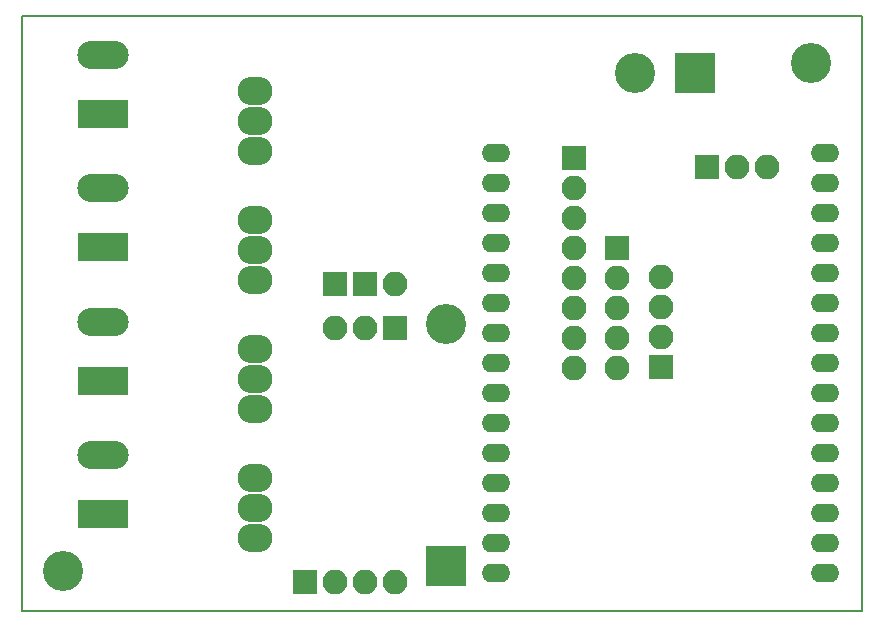
<source format=gbr>
%TF.GenerationSoftware,KiCad,Pcbnew,5.1.5-52549c5~84~ubuntu18.04.1*%
%TF.CreationDate,2020-07-26T00:26:10-03:00*%
%TF.ProjectId,Placa tesis,506c6163-6120-4746-9573-69732e6b6963,rev?*%
%TF.SameCoordinates,Original*%
%TF.FileFunction,Soldermask,Bot*%
%TF.FilePolarity,Negative*%
%FSLAX46Y46*%
G04 Gerber Fmt 4.6, Leading zero omitted, Abs format (unit mm)*
G04 Created by KiCad (PCBNEW 5.1.5-52549c5~84~ubuntu18.04.1) date 2020-07-26 00:26:10*
%MOMM*%
%LPD*%
G04 APERTURE LIST*
%TA.AperFunction,Profile*%
%ADD10C,0.150000*%
%TD*%
%ADD11R,2.100000X2.100000*%
%ADD12O,2.100000X2.100000*%
%ADD13R,4.360000X2.380000*%
%ADD14O,4.360000X2.380000*%
%ADD15C,3.400000*%
%ADD16O,2.940000X2.432000*%
%ADD17O,2.400000X1.600000*%
%ADD18R,3.400000X3.400000*%
G04 APERTURE END LIST*
D10*
X82800000Y-91800000D02*
X153900000Y-91800000D01*
X153900000Y-41400000D02*
X153900000Y-91800000D01*
X82800000Y-41400000D02*
X82800000Y-91800000D01*
X82800000Y-41400000D02*
X153900000Y-41400000D01*
D11*
%TO.C,J4*%
X114380000Y-67800000D03*
D12*
X111840000Y-67800000D03*
X109300000Y-67800000D03*
%TD*%
D13*
%TO.C,D4*%
X89651000Y-49700000D03*
D14*
X89651000Y-44700000D03*
%TD*%
D15*
%TO.C,REF\002A\002A*%
X86300000Y-88400000D03*
%TD*%
D11*
%TO.C,J13*%
X133200000Y-61020000D03*
D12*
X133200000Y-63560000D03*
X133200000Y-66100000D03*
X133200000Y-68640000D03*
X133200000Y-71180000D03*
%TD*%
D11*
%TO.C,J14*%
X129500000Y-53400000D03*
D12*
X129500000Y-55940000D03*
X129500000Y-58480000D03*
X129500000Y-61020000D03*
X129500000Y-63560000D03*
X129500000Y-66100000D03*
X129500000Y-68640000D03*
X129500000Y-71180000D03*
%TD*%
D11*
%TO.C,J15*%
X136900000Y-71140000D03*
D12*
X136900000Y-68600000D03*
X136900000Y-66060000D03*
X136900000Y-63520000D03*
%TD*%
D16*
%TO.C,Q4*%
X102541500Y-50335500D03*
X102541500Y-52875500D03*
X102541500Y-47795500D03*
%TD*%
D17*
%TO.C,U2*%
X150811500Y-53040000D03*
X122911500Y-53040000D03*
X150811500Y-55580000D03*
X122911500Y-55580000D03*
X150811500Y-58120000D03*
X122911500Y-58120000D03*
X150811500Y-60660000D03*
X122911500Y-60660000D03*
X150811500Y-63200000D03*
X122911500Y-63200000D03*
X150811500Y-65740000D03*
X122911500Y-65740000D03*
X150811500Y-68280000D03*
X122911500Y-68280000D03*
X150811500Y-70820000D03*
X122911500Y-70820000D03*
X150811500Y-73360000D03*
X122911500Y-73360000D03*
X150811500Y-75900000D03*
X122911500Y-75900000D03*
X150811500Y-78440000D03*
X122911500Y-78440000D03*
X150811500Y-80980000D03*
X122911500Y-80980000D03*
X150811500Y-83520000D03*
X122911500Y-83520000D03*
X150811500Y-86060000D03*
X122911500Y-86060000D03*
X150811500Y-88600000D03*
X122911500Y-88600000D03*
%TD*%
D12*
%TO.C,TH1*%
X114400000Y-64100000D03*
D11*
X111860000Y-64100000D03*
%TD*%
D12*
%TO.C,J1*%
X145865000Y-54218000D03*
X143325000Y-54218000D03*
D11*
X140785000Y-54218000D03*
%TD*%
D15*
%TO.C,REF\002A\002A*%
X149600000Y-45400000D03*
%TD*%
D11*
%TO.C,OutP*%
X109300000Y-64100000D03*
%TD*%
D14*
%TO.C,D1*%
X89651000Y-78600000D03*
D13*
X89651000Y-83600000D03*
%TD*%
D14*
%TO.C,D2*%
X89651000Y-67300000D03*
D13*
X89651000Y-72300000D03*
%TD*%
%TO.C,D3*%
X89651000Y-61000000D03*
D14*
X89651000Y-56000000D03*
%TD*%
D16*
%TO.C,Q1*%
X102541500Y-80561500D03*
X102541500Y-85641500D03*
X102541500Y-83101500D03*
%TD*%
%TO.C,Q2*%
X102541500Y-72179500D03*
X102541500Y-74719500D03*
X102541500Y-69639500D03*
%TD*%
%TO.C,Q3*%
X102541500Y-58717500D03*
X102541500Y-63797500D03*
X102541500Y-61257500D03*
%TD*%
D15*
%TO.C,J3*%
X134720000Y-46200000D03*
D18*
X139800000Y-46200000D03*
%TD*%
D15*
%TO.C,BT1*%
X118700000Y-67510000D03*
D18*
X118700000Y-88000000D03*
%TD*%
D11*
%TO.C,J5*%
X106800000Y-89300000D03*
D12*
X109340000Y-89300000D03*
X111880000Y-89300000D03*
X114420000Y-89300000D03*
%TD*%
M02*

</source>
